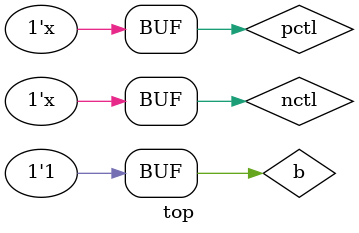
<source format=v>
/*
 * This should produce x StL x StL
 *
 * When using both nmos and pmos you get the correct
 * result if only one of the control signals is X, but
 * when used individually you get StX not StL. This
 * appears to be a vec4 vs vec8 problem. R versions
 * give similar results.
 *
 * If both control inputs are X and the input is 0 the
 * value is calculated incorrectly.
 */

module top;
  reg nctl, pctl, b;
  wire c, d;
  initial begin
    $display("These should all produce:\nx StL x StL\n-----------");
    $monitor("c=%b(%v), d=%b(%v), b=%b, nctl=%b, pctl=%b", c, c, d, d, b, nctl, pctl);
    b = 0;
    nctl = 0;
    pctl = 1'bx;
    #1 nctl = 1'bx;
    #1 b = 1;
  end

  //nmos n1 (c, b, nctl);
  //pmos p1 (c, b, pctl);
  //pmos p2 (d, b, pctl);
  bufif1 n1 (c, b, nctl);
  bufif0 p1 (c, b, pctl);
  bufif0 p2 (d, b, pctl);
endmodule

</source>
